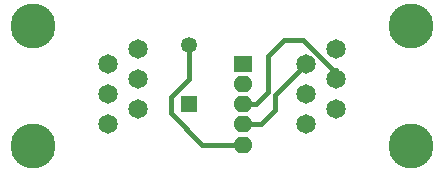
<source format=gbl>
%FSLAX23Y23*%
%MOIN*%
G70*
G01*
G75*
G04 Layer_Physical_Order=2*
%ADD10R,0.057X0.022*%
%ADD11C,0.015*%
%ADD12C,0.150*%
%ADD13C,0.065*%
%ADD14R,0.053X0.053*%
%ADD15C,0.053*%
%ADD16O,0.063X0.055*%
%ADD17R,0.063X0.055*%
D11*
X800Y210D02*
X904Y106D01*
X800Y210D02*
Y263D01*
X860Y323D01*
X1147Y220D02*
Y272D01*
X1100Y173D02*
X1147Y220D01*
X1082Y240D02*
X1122Y280D01*
Y400D01*
X1178Y456D01*
X1240D01*
X1340Y356D01*
X860Y323D02*
Y437D01*
X904Y106D02*
X1040D01*
Y173D02*
X1100D01*
X1147Y272D02*
X1250Y375D01*
X1040Y240D02*
X1082D01*
X1340Y356D02*
X1350D01*
Y325D02*
Y356D01*
D12*
X340Y500D02*
D03*
Y100D02*
D03*
X1600D02*
D03*
Y500D02*
D03*
D13*
X690Y425D02*
D03*
X590Y375D02*
D03*
X690Y325D02*
D03*
X590Y275D02*
D03*
X690Y225D02*
D03*
X590Y175D02*
D03*
X1250D02*
D03*
X1350Y225D02*
D03*
X1250Y275D02*
D03*
X1350Y325D02*
D03*
X1250Y375D02*
D03*
X1350Y425D02*
D03*
D14*
X860Y240D02*
D03*
D15*
Y437D02*
D03*
D16*
X1040Y106D02*
D03*
Y173D02*
D03*
Y240D02*
D03*
Y307D02*
D03*
D17*
Y374D02*
D03*
M02*

</source>
